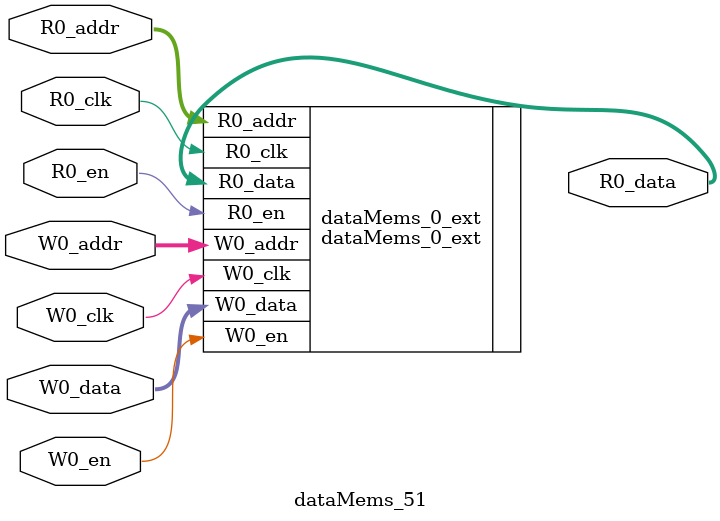
<source format=sv>
`ifndef RANDOMIZE
  `ifdef RANDOMIZE_REG_INIT
    `define RANDOMIZE
  `endif // RANDOMIZE_REG_INIT
`endif // not def RANDOMIZE
`ifndef RANDOMIZE
  `ifdef RANDOMIZE_MEM_INIT
    `define RANDOMIZE
  `endif // RANDOMIZE_MEM_INIT
`endif // not def RANDOMIZE

`ifndef RANDOM
  `define RANDOM $random
`endif // not def RANDOM

// Users can define 'PRINTF_COND' to add an extra gate to prints.
`ifndef PRINTF_COND_
  `ifdef PRINTF_COND
    `define PRINTF_COND_ (`PRINTF_COND)
  `else  // PRINTF_COND
    `define PRINTF_COND_ 1
  `endif // PRINTF_COND
`endif // not def PRINTF_COND_

// Users can define 'ASSERT_VERBOSE_COND' to add an extra gate to assert error printing.
`ifndef ASSERT_VERBOSE_COND_
  `ifdef ASSERT_VERBOSE_COND
    `define ASSERT_VERBOSE_COND_ (`ASSERT_VERBOSE_COND)
  `else  // ASSERT_VERBOSE_COND
    `define ASSERT_VERBOSE_COND_ 1
  `endif // ASSERT_VERBOSE_COND
`endif // not def ASSERT_VERBOSE_COND_

// Users can define 'STOP_COND' to add an extra gate to stop conditions.
`ifndef STOP_COND_
  `ifdef STOP_COND
    `define STOP_COND_ (`STOP_COND)
  `else  // STOP_COND
    `define STOP_COND_ 1
  `endif // STOP_COND
`endif // not def STOP_COND_

// Users can define INIT_RANDOM as general code that gets injected into the
// initializer block for modules with registers.
`ifndef INIT_RANDOM
  `define INIT_RANDOM
`endif // not def INIT_RANDOM

// If using random initialization, you can also define RANDOMIZE_DELAY to
// customize the delay used, otherwise 0.002 is used.
`ifndef RANDOMIZE_DELAY
  `define RANDOMIZE_DELAY 0.002
`endif // not def RANDOMIZE_DELAY

// Define INIT_RANDOM_PROLOG_ for use in our modules below.
`ifndef INIT_RANDOM_PROLOG_
  `ifdef RANDOMIZE
    `ifdef VERILATOR
      `define INIT_RANDOM_PROLOG_ `INIT_RANDOM
    `else  // VERILATOR
      `define INIT_RANDOM_PROLOG_ `INIT_RANDOM #`RANDOMIZE_DELAY begin end
    `endif // VERILATOR
  `else  // RANDOMIZE
    `define INIT_RANDOM_PROLOG_
  `endif // RANDOMIZE
`endif // not def INIT_RANDOM_PROLOG_

// Include register initializers in init blocks unless synthesis is set
`ifndef SYNTHESIS
  `ifndef ENABLE_INITIAL_REG_
    `define ENABLE_INITIAL_REG_
  `endif // not def ENABLE_INITIAL_REG_
`endif // not def SYNTHESIS

// Include rmemory initializers in init blocks unless synthesis is set
`ifndef SYNTHESIS
  `ifndef ENABLE_INITIAL_MEM_
    `define ENABLE_INITIAL_MEM_
  `endif // not def ENABLE_INITIAL_MEM_
`endif // not def SYNTHESIS

module dataMems_51(	// @[generators/ara/src/main/scala/UnsafeAXI4ToTL.scala:365:62]
  input  [4:0]  R0_addr,
  input         R0_en,
  input         R0_clk,
  output [66:0] R0_data,
  input  [4:0]  W0_addr,
  input         W0_en,
  input         W0_clk,
  input  [66:0] W0_data
);

  dataMems_0_ext dataMems_0_ext (	// @[generators/ara/src/main/scala/UnsafeAXI4ToTL.scala:365:62]
    .R0_addr (R0_addr),
    .R0_en   (R0_en),
    .R0_clk  (R0_clk),
    .R0_data (R0_data),
    .W0_addr (W0_addr),
    .W0_en   (W0_en),
    .W0_clk  (W0_clk),
    .W0_data (W0_data)
  );
endmodule


</source>
